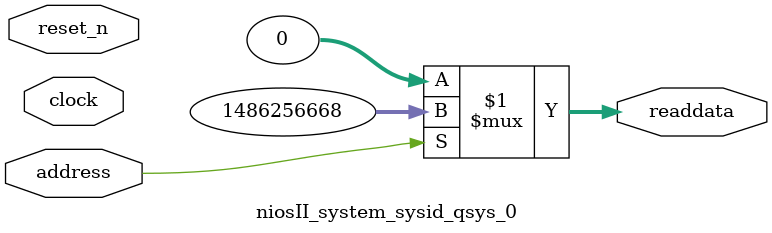
<source format=v>

`timescale 1ns / 1ps
// synthesis translate_on

// turn off superfluous verilog processor warnings 
// altera message_level Level1 
// altera message_off 10034 10035 10036 10037 10230 10240 10030 

module niosII_system_sysid_qsys_0 (
               // inputs:
                address,
                clock,
                reset_n,

               // outputs:
                readdata
             )
;

  output  [ 31: 0] readdata;
  input            address;
  input            clock;
  input            reset_n;

  wire    [ 31: 0] readdata;
  //control_slave, which is an e_avalon_slave
  assign readdata = address ? 1486256668 : 0;

endmodule




</source>
